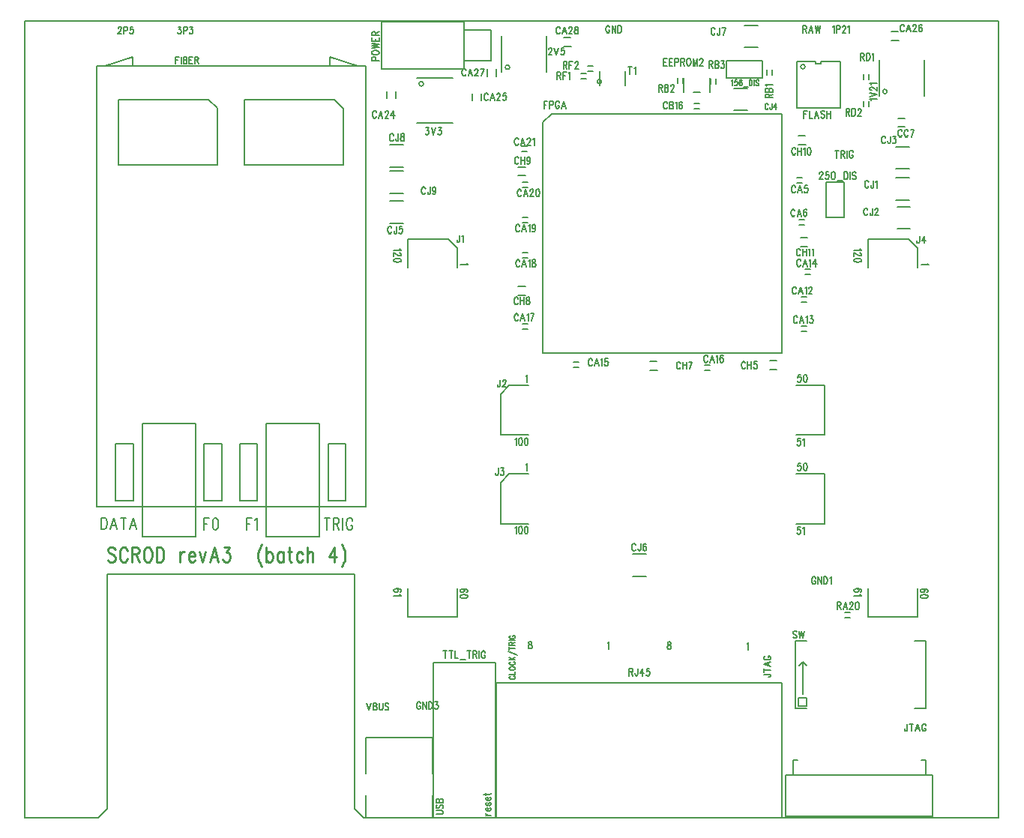
<source format=gto>
*
*
G04 PADS 9.5 Build Number: 522968 generated Gerber (RS-274-X) file*
G04 PC Version=2.1*
*
%IN "SCROD.revA3.batch4.auto"*%
*
%MOIN*%
*
%FSLAX35Y35*%
*
*
*
*
G04 PC Standard Apertures*
*
*
G04 Thermal Relief Aperture macro.*
%AMTER*
1,1,$1,0,0*
1,0,$1-$2,0,0*
21,0,$3,$4,0,0,45*
21,0,$3,$4,0,0,135*
%
*
*
G04 Annular Aperture macro.*
%AMANN*
1,1,$1,0,0*
1,0,$2,0,0*
%
*
*
G04 Odd Aperture macro.*
%AMODD*
1,1,$1,0,0*
1,0,$1-0.005,0,0*
%
*
*
G04 PC Custom Aperture Macros*
*
*
*
*
*
*
G04 PC Aperture Table*
*
%ADD010C,0.001*%
%ADD011C,0.00787*%
%ADD012C,0.005*%
%ADD013C,0.01*%
%ADD048C,0.007*%
%ADD103C,0.00591*%
*
*
*
*
G04 PC Circuitry*
G04 Layer Name SCROD.revA3.batch4.auto - circuitry*
%LPD*%
*
*
G04 PC Custom Flashes*
G04 Layer Name SCROD.revA3.batch4.auto - flashes*
%LPD*%
*
*
G04 PC Circuitry*
G04 Layer Name SCROD.revA3.batch4.auto - circuitry*
%LPD*%
*
G54D10*
G54D11*
G01X159793Y189813D02*
Y184646D01*
Y189813D02*
X162120D01*
X159793Y187352D02*
X161225D01*
X164804Y189813D02*
X164267Y189567D01*
X163909Y188829*
X163730Y187598*
Y186860*
X163909Y185630*
X164267Y184892*
X164804Y184646*
X165162*
X165699Y184892*
X166057Y185630*
X166236Y186860*
Y187598*
X166057Y188829*
X165699Y189567*
X165162Y189813*
X164804*
X178740D02*
Y184646D01*
Y189813D02*
X181067D01*
X178740Y187352D02*
X180172D01*
X182677Y188829D02*
X183035Y189075D01*
X183572Y189813*
Y184646*
X114272Y190059D02*
Y184892D01*
Y190059D02*
X115524D01*
X116061Y189813*
X116419Y189321*
X116598Y188829*
X116777Y188091*
Y186860*
X116598Y186122*
X116419Y185630*
X116061Y185138*
X115524Y184892*
X114272*
X119819Y190059D02*
X118388Y184892D01*
X119819Y190059D02*
X121251Y184892D01*
X118924Y186614D02*
X120714D01*
X124114Y190059D02*
Y184892D01*
X122861Y190059D02*
X125367D01*
X128409D02*
X126977Y184892D01*
X128409Y190059D02*
X129841Y184892D01*
X127514Y186614D02*
X129304D01*
X214688Y189813D02*
Y184646D01*
X213435Y189813D02*
X215940D01*
X217551D02*
Y184646D01*
Y189813D02*
X219162D01*
X219698Y189567*
X219877Y189321*
X220056Y188829*
Y188337*
X219877Y187844*
X219698Y187598*
X219162Y187352*
X217551*
X218804D02*
X220056Y184646D01*
X221667Y189813D02*
Y184646D01*
X225962Y188583D02*
X225783Y189075D01*
X225425Y189567*
X225067Y189813*
X224351*
X223993Y189567*
X223635Y189075*
X223457Y188583*
X223278Y187844*
Y186614*
X223457Y185876*
X223635Y185384*
X223993Y184892*
X224351Y184646*
X225067*
X225425Y184892*
X225783Y185384*
X225962Y185876*
Y186614*
X225067D02*
X225962D01*
G54D12*
X165906Y346890D02*
Y372087D01*
X161969Y376024*
X121811*
Y346890*
X165906*
X221850Y346850D02*
Y372047D01*
X217913Y375984*
X177756*
Y346850*
X221850*
X115748Y391014D02*
X128248Y394764D01*
Y391014*
X228248D02*
X215748Y394764D01*
Y391014*
X231748Y194764D02*
Y390764D01*
X112248*
Y194764*
X231748*
X289961Y56693D02*
X416961D01*
Y116493*
X289961*
Y56693*
X416961*
Y116493*
X289961*
Y56693*
X401427Y133906D02*
X401654Y134063D01*
X401654D02*
X401995Y134531D01*
Y131250*
X366562Y134777D02*
X366221Y134621D01*
X366108Y134309*
Y133996*
X366221Y133684*
X366449Y133527*
X366903Y133371*
X367244Y133215*
X367471Y132902*
X367585Y132590*
Y132121*
X367471Y131809*
X367358Y131652*
X367017Y131496*
X366562*
X366221Y131652*
X366108Y131809*
X365994Y132121*
Y132590*
X366108Y132902*
X366335Y133215*
X366676Y133371*
X367130Y133527*
X367358Y133684*
X367471Y133996*
Y134309*
X367358Y134621*
X367017Y134777*
X366562*
X339419Y134152D02*
X339647Y134309D01*
X339987Y134777*
Y131496*
X304800Y135023D02*
X304460Y134867D01*
X304346Y134555*
Y134242*
X304460Y133930*
X304687Y133773*
X305141Y133617*
X305482Y133461*
X305710Y133148*
X305823Y132836*
Y132367*
X305710Y132055*
X305596Y131898*
X305255Y131742*
X304800*
X304460Y131898*
X304346Y132055*
X304232Y132367*
Y132836*
X304346Y133148*
X304573Y133461*
X304914Y133617*
X305369Y133773*
X305596Y133930*
X305710Y134242*
Y134555*
X305596Y134867*
X305255Y135023*
X304800*
X436614Y339173D02*
Y323425D01*
X444488*
Y339173*
X436614*
X231890Y66535D02*
Y56693D01*
X261417*
Y66535*
X231890Y76378D02*
Y92126D01*
X261417*
Y76378*
X408071Y393307D02*
X392323D01*
Y385433*
X408071*
Y393307*
X304331Y248819D02*
X295669D01*
X291732Y244882*
Y226772*
X304331*
X423228Y248819D02*
X435827D01*
Y226772*
X423228*
X303150Y252853D02*
X303377Y253009D01*
X303718Y253478*
Y250197*
X298228Y224900D02*
X298456Y225057D01*
X298797Y225525*
Y222244*
X300501Y225525D02*
X300160Y225369D01*
X299933Y224900*
X299819Y224119*
Y223650*
X299933Y222869*
X300160Y222400*
X300501Y222244*
X300728*
X301069Y222400*
X301297Y222869*
X301410Y223650*
Y224119*
X301297Y224900*
X301069Y225369*
X300728Y225525*
X300501*
X303115D02*
X302774Y225369D01*
X302547Y224900*
X302433Y224119*
Y223650*
X302547Y222869*
X302774Y222400*
X303115Y222244*
X303342*
X303683Y222400*
X303910Y222869*
X304024Y223650*
Y224119*
X303910Y224900*
X303683Y225369*
X303342Y225525*
X303115*
X425099Y225328D02*
X423963D01*
X423849Y223922*
X423963Y224078*
X424304Y224235*
X424645*
X424986Y224078*
X425213Y223766*
X425327Y223297*
X425213Y222985*
X425099Y222516*
X424872Y222203*
X424531Y222047*
X424190*
X423849Y222203*
X423736Y222360*
X423622Y222672*
X426349Y224703D02*
X426577Y224860D01*
X426918Y225328*
X426918D02*
Y222047D01*
X425296Y253675D02*
X424160D01*
X424046Y252269*
X424160Y252425*
X424501Y252581*
X424842*
X425183Y252425*
X425410Y252112*
X425523Y251644*
X425410Y251331*
X425296Y250862*
X425069Y250550*
X424728Y250394*
X424387*
X424046Y250550*
X423933Y250706*
X423819Y251019*
X427228Y253675D02*
X426887Y253519D01*
X426660Y253050*
X426546Y252269*
Y251800*
X426660Y251019*
X426887Y250550*
X427228Y250394*
X427455*
X427796Y250550*
X428023Y251019*
X428137Y251800*
Y252269*
X428023Y253050*
X427796Y253519*
X427455Y253675*
X427228*
X304331Y209449D02*
X295669D01*
X291732Y205512*
Y187402*
X304331*
X423228Y209449D02*
X435827D01*
Y187402*
X423228*
X303150Y213483D02*
X303377Y213639D01*
X303718Y214108*
Y210827*
X298228Y185530D02*
X298456Y185687D01*
X298797Y186155*
Y182874*
X300501Y186155D02*
X300160Y185999D01*
X299933Y185530*
X299819Y184749*
Y184280*
X299933Y183499*
X300160Y183030*
X300501Y182874*
X300728*
X301069Y183030*
X301297Y183499*
X301410Y184280*
Y184749*
X301297Y185530*
X301069Y185999*
X300728Y186155*
X300501*
X303115D02*
X302774Y185999D01*
X302547Y185530*
X302433Y184749*
Y184280*
X302547Y183499*
X302774Y183030*
X303115Y182874*
X303342*
X303683Y183030*
X303910Y183499*
X304024Y184280*
Y184749*
X303910Y185530*
X303683Y185999*
X303342Y186155*
X303115*
X425099Y185958D02*
X423963D01*
X423849Y184552*
X423963Y184708*
X424304Y184865*
X424645*
X424986Y184708*
X425213Y184396*
X425327Y183927*
X425213Y183615*
X425099Y183146*
X424872Y182833*
X424531Y182677*
X424190*
X423849Y182833*
X423736Y182990*
X423622Y183302*
X426349Y185333D02*
X426577Y185490D01*
X426918Y185958*
X426918D02*
Y182677D01*
X425296Y214305D02*
X424160D01*
X424046Y212899*
X424160Y213055*
X424501Y213211*
X424842*
X425183Y213055*
X425410Y212742*
X425523Y212274*
X425410Y211961*
X425296Y211492*
X425069Y211180*
X424728Y211024*
X424387*
X424046Y211180*
X423933Y211336*
X423819Y211649*
X427228Y214305D02*
X426887Y214149D01*
X426660Y213680*
X426546Y212899*
Y212430*
X426660Y211649*
X426887Y211180*
X427228Y211024*
X427455*
X427796Y211180*
X428023Y211649*
X428137Y212430*
Y212899*
X428023Y213680*
X427796Y214149*
X427455Y214305*
X427228*
X276711Y302992D02*
X276868Y302765D01*
X277336Y302424*
X274055*
X246987Y309488D02*
X247143Y309261D01*
X247612Y308920*
X244331*
X246831Y307784D02*
X246987D01*
X247299Y307670*
X247456Y307556*
X247612Y307329*
Y306875*
X247456Y306647*
X247299Y306534*
X246987Y306420*
X246674*
X246362Y306534*
X245893Y306761*
X244331Y307897*
Y306306*
X247612Y304602D02*
X247456Y304943D01*
X246987Y305170*
X246206Y305284*
X245737*
X244956Y305170*
X244487Y304943*
X244331Y304602*
Y304375*
X244487Y304034*
X244956Y303806*
X245737Y303693*
X246206*
X246987Y303806*
X247456Y304034*
X247612Y304375*
Y304602*
X276592Y156943D02*
X276905Y157057D01*
X277061Y157398*
Y157625*
X276905Y157966*
X276436Y158193*
X275655Y158307*
X274873*
X274248Y158193*
X273936Y157966*
X273780Y157625*
Y157512*
X273936Y157171*
X274248Y156943*
X274717Y156830*
X274873*
X275342Y156943*
X275655Y157171*
X275811Y157512*
Y157625*
X275655Y157966*
X275342Y158193*
X274873Y158307*
X277061Y155125D02*
X276905Y155466D01*
X276436Y155693*
X275655Y155807*
X275186*
X274405Y155693*
X273936Y155466*
X273780Y155125*
Y154898*
X273936Y154557*
X274405Y154330*
X275186Y154216*
X275655*
X276436Y154330*
X276905Y154557*
X277061Y154898*
Y155125*
X247143Y157062D02*
X247456Y157175D01*
X247612Y157516*
Y157743*
X247456Y158084*
X246987Y158312*
X246206Y158425*
X245424*
X244799Y158312*
X244487Y158084*
X244331Y157743*
Y157630*
X244487Y157289*
X244799Y157062*
X245268Y156948*
X245424*
X245893Y157062*
X246206Y157289*
X246362Y157630*
Y157743*
X246206Y158084*
X245893Y158312*
X245424Y158425*
X246987Y155925D02*
X247143Y155698D01*
X247612Y155357*
X244331*
X481436Y302992D02*
X481592Y302765D01*
X482061Y302424*
X478780*
X451711Y309488D02*
X451868Y309261D01*
X452336Y308920*
X449055*
X451555Y307784D02*
X451711D01*
X452024Y307670*
X452180Y307556*
X452336Y307329*
Y306875*
X452180Y306647*
X452024Y306534*
X451711Y306420*
X451399*
X451086Y306534*
X450618Y306761*
X449055Y307897*
Y306306*
X452336Y304602D02*
X452180Y304943D01*
X451711Y305170*
X450930Y305284*
X450461*
X449680Y305170*
X449211Y304943*
X449055Y304602*
Y304375*
X449211Y304034*
X449680Y303806*
X450461Y303693*
X450930*
X451711Y303806*
X452180Y304034*
X452336Y304375*
Y304602*
X481316Y156943D02*
X481629Y157057D01*
X481785Y157398*
Y157625*
X481629Y157966*
X481160Y158193*
X480379Y158307*
X479598*
X478973Y158193*
X478660Y157966*
X478504Y157625*
Y157512*
X478660Y157171*
X478973Y156943*
X479441Y156830*
X479598*
X480066Y156943*
X480379Y157171*
X480535Y157512*
Y157625*
X480379Y157966*
X480066Y158193*
X479598Y158307*
X481785Y155125D02*
X481629Y155466D01*
X481160Y155693*
X480379Y155807*
X479910*
X479129Y155693*
X478660Y155466*
X478504Y155125*
Y154898*
X478660Y154557*
X479129Y154330*
X479910Y154216*
X480379*
X481160Y154330*
X481629Y154557*
X481785Y154898*
Y155125*
X451868Y157062D02*
X452180Y157175D01*
X452336Y157516*
Y157743*
X452180Y158084*
X451711Y158312*
X450930Y158425*
X450149*
X449524Y158312*
X449211Y158084*
X449055Y157743*
Y157630*
X449211Y157289*
X449524Y157062*
X449993Y156948*
X450149*
X450618Y157062*
X450930Y157289*
X451086Y157630*
Y157743*
X450930Y158084*
X450618Y158312*
X450149Y158425*
X451711Y155925D02*
X451868Y155698D01*
X452336Y155357*
X449055*
X425591Y288189D02*
X427953D01*
X425591Y285827D02*
X427953D01*
X425591Y275394D02*
X427953D01*
X425591Y273031D02*
X427953D01*
X424213Y359843D02*
X427362D01*
X424252Y355906D02*
X427402D01*
X425197Y314567D02*
X428346D01*
X425236Y310630D02*
X428386D01*
X411417Y259941D02*
X414567D01*
X411457Y256004D02*
X414606D01*
X361417Y255512D02*
X358268D01*
X361378Y259449D02*
X358228D01*
X302854Y288976D02*
X299705D01*
X302815Y292913D02*
X299665D01*
X302854Y342126D02*
X299705D01*
X302815Y346063D02*
X299665D01*
X427067Y300492D02*
X429429D01*
X427067Y298130D02*
X429429D01*
X326575Y256791D02*
X324213D01*
X326575Y259154D02*
X324213D01*
X384892Y255561D02*
X382530D01*
X384892Y257923D02*
X382530D01*
X303937Y274016D02*
X301575D01*
X303937Y276378D02*
X301575D01*
X303937Y305512D02*
X301575D01*
X303937Y307874D02*
X301575D01*
X303937Y321260D02*
X301575D01*
X303937Y323622D02*
X301575D01*
X303937Y337008D02*
X301575D01*
X303937Y339370D02*
X301575D01*
X303445Y352756D02*
X301083D01*
X303445Y355118D02*
X301083D01*
X423622Y341339D02*
X425984D01*
X423622Y338976D02*
X425984D01*
X424606Y322638D02*
X426969D01*
X424606Y320276D02*
X426969D01*
X484055Y75591D02*
X418701D01*
Y57087*
X484055*
Y75591*
X480906D02*
Y82283D01*
X478937*
X421850Y75591D02*
Y82283D01*
X423819*
X380217Y371949D02*
X377854D01*
X380217Y374311D02*
X377854D01*
X377535Y379315D02*
X380535D01*
X373327Y385630D02*
Y379331D01*
X384744Y385630D02*
Y379331D01*
X370472Y383268D02*
Y385630D01*
X372835Y383268D02*
Y385630D01*
X385236Y382776D02*
Y385138D01*
X387598Y382776D02*
Y385138D01*
X455512Y387106D02*
Y384744D01*
X453150Y387106D02*
Y384744D01*
X455512Y375295D02*
Y372933D01*
X453150Y375295D02*
Y372933D01*
X410081Y386951D02*
Y389313D01*
X412443Y386951D02*
Y389313D01*
X423516Y393053D02*
X431956D01*
Y391761*
X434367*
Y393053*
X442807*
Y372384*
X423516*
Y393053*
X427256Y390593D02*
G75*
G03X427256I-984J0D01*
G01X330020Y385236D02*
X327657D01*
X330020Y387598D02*
X327657D01*
X332972Y388681D02*
X330610D01*
X332972Y391043D02*
X330610D01*
X347343Y382283D02*
Y388583D01*
X335925Y382283D02*
Y388583D01*
X336713Y383957D02*
G03X336713I-985J0D01*
G01X245177Y379626D02*
Y376476D01*
X241240Y379587D02*
Y376437D01*
X283071Y378642D02*
Y375492D01*
X279134Y378602D02*
Y375453D01*
X465551Y406102D02*
X468701D01*
X465591Y402165D02*
X468740D01*
X286024Y386319D02*
Y389469D01*
X289961Y386358D02*
Y389508D01*
X319882Y403642D02*
X323031D01*
X319921Y399705D02*
X323071D01*
X468504Y367717D02*
X471654D01*
X468543Y363780D02*
X471693D01*
X295874Y390370D02*
G03X295874I-984J0D01*
G01X292264Y388260D02*
Y404260D01*
X312264D02*
Y388260D01*
X257496Y382965D02*
G03X257496I-984J0D01*
G01X254402Y385591D02*
X270402D01*
Y365591D02*
X254402D01*
X463689Y379543D02*
G03X463689I-984J0D01*
G01X460079Y377433D02*
Y393433D01*
X480079D02*
Y377433D01*
X275602Y410698D02*
X239009D01*
Y389689*
X275602*
Y410698*
X275416Y393246D02*
X287649D01*
Y407025*
X275416*
Y393246*
X424070Y106277D02*
Y109977D01*
X427970*
Y106277*
X424070*
X426070Y111477D02*
Y125777D01*
X424470Y124177*
X426170Y125777D02*
X427870Y124077D01*
Y105177D02*
X422870D01*
Y135177*
X427870*
X475870Y105177D02*
X480870D01*
Y135177*
X475870*
X447323Y145669D02*
X444961D01*
X447323Y148031D02*
X444961D01*
X261909Y125591D02*
Y56693D01*
X289469*
Y125591*
X261909*
X349016Y122966D02*
Y119685D01*
Y122966D02*
X350038D01*
X350379Y122810*
X350493Y122654*
X350607Y122341*
Y122029*
X350493Y121716*
X350379Y121560*
X350038Y121404*
X349016*
X349811D02*
X350607Y119685D01*
X352766Y122966D02*
Y120466D01*
X352652Y119998*
X352538Y119841*
X352311Y119685*
X352084*
X351857Y119841*
X351743Y119998*
X351629Y120466*
Y120779*
X354925Y122966D02*
X353788Y120779D01*
X355493*
X354925Y122966D02*
Y119685D01*
X357993Y122966D02*
X356857D01*
X356743Y121560*
X356857Y121716*
X357198Y121873*
X357538*
X357879Y121716*
X358107Y121404*
X358220Y120935*
X358107Y120623*
X357993Y120154*
X357766Y119841*
X357425Y119685*
X357084*
X356743Y119841*
X356629Y119998*
X356516Y120310*
X433695Y343009D02*
Y343166D01*
X433808Y343478*
X433922Y343634*
X434149Y343791*
X434604*
X434831Y343634*
X434945Y343478*
X435058Y343166*
Y342853*
X434945Y342541*
X434718Y342072*
X433581Y340509*
X435172*
X437672Y343791D02*
X436536D01*
X436422Y342384*
X436536Y342541*
X436877Y342697*
X437218*
X437558Y342541*
X437786Y342228*
X437899Y341759*
X437786Y341447*
X437672Y340978*
X437445Y340666*
X437104Y340509*
X436763*
X436422Y340666*
X436308Y340822*
X436195Y341134*
X439604Y343791D02*
X439263Y343634D01*
X439036Y343166*
X438922Y342384*
Y341916*
X439036Y341134*
X439263Y340666*
X439604Y340509*
X439831*
X440172Y340666*
X440399Y341134*
X440513Y341916*
Y342384*
X440399Y343166*
X440172Y343634*
X439831Y343791*
X439604*
X441536Y339884D02*
X443922D01*
X444604Y343791D02*
Y340509D01*
Y343791D02*
X445399D01*
X445740Y343634*
X445968Y343322*
X446081Y343009*
X446195Y342541*
Y341759*
X446081Y341291*
X445968Y340978*
X445740Y340666*
X445399Y340509*
X444604*
X447218Y343791D02*
Y340509D01*
X449831Y343322D02*
X449604Y343634D01*
X449263Y343791*
X448808*
X448468Y343634*
X448240Y343322*
Y343009*
X448354Y342697*
X448468Y342541*
X448695Y342384*
X449377Y342072*
X449604Y341916*
X449718Y341759*
X449831Y341447*
Y340978*
X449604Y340666*
X449263Y340509*
X448808*
X448468Y340666*
X448240Y340978*
X263057Y58169D02*
X265401D01*
X265870Y58283*
X266182Y58510*
X266339Y58851*
Y59078*
X266182Y59419*
X265870Y59647*
X265401Y59760*
X263057*
X263526Y62374D02*
X263214Y62147D01*
X263057Y61806*
Y61351*
X263214Y61010*
X263526Y60783*
X263839*
X264151Y60897*
X264307Y61010*
X264464Y61237*
X264776Y61919*
X264932Y62147*
X265089Y62260*
X265401Y62374*
X265870*
X266182Y62147*
X266339Y61806*
Y61351*
X266182Y61010*
X265870Y60783*
X263057Y63397D02*
X266339D01*
X263057D02*
Y64419D01*
X263214Y64760*
X263370Y64874*
X263682Y64987*
X263995*
X264307Y64874*
X264464Y64760*
X264620Y64419*
Y63397D02*
Y64419D01*
X264776Y64760*
X264932Y64874*
X265245Y64987*
X265714*
X266026Y64874*
X266182Y64760*
X266339Y64419*
Y63397*
X394530Y384253D02*
X394712Y384378D01*
X394985Y384753*
Y382128*
X396985Y384753D02*
X396076D01*
X395985Y383628*
X396076Y383753*
X396349Y383878*
X396621*
X396894Y383753*
X397076Y383503*
X397167Y383128*
X397076Y382878*
X396985Y382503*
X396803Y382253*
X396530Y382128*
X396258*
X395985Y382253*
X395894Y382378*
X395803Y382628*
X399076Y384378D02*
X398985Y384628D01*
X398712Y384753*
X398530*
X398258Y384628*
X398076Y384253*
X397985Y383628*
Y383003*
X398076Y382503*
X398258Y382253*
X398530Y382128*
X398621*
X398894Y382253*
X399076Y382503*
X399167Y382878*
Y383003*
X399076Y383378*
X398894Y383628*
X398621Y383753*
X398530*
X398258Y383628*
X398076Y383378*
X397985Y383003*
X399985Y381628D02*
X401894D01*
X402440Y384753D02*
Y382128D01*
Y384753D02*
X403076D01*
X403349Y384628*
X403530Y384378*
X403621Y384128*
X403712Y383753*
Y383128*
X403621Y382753*
X403530Y382503*
X403349Y382253*
X403076Y382128*
X402440*
X404530Y384753D02*
Y382128D01*
X406621Y384378D02*
X406440Y384628D01*
X406167Y384753*
X405803*
X405530Y384628*
X405349Y384378*
Y384128*
X405440Y383878*
X405530Y383753*
X405712Y383628*
X406258Y383378*
X406440Y383253*
X406530Y383128*
X406621Y382878*
Y382503*
X406440Y382253*
X406167Y382128*
X405803*
X405530Y382253*
X405349Y382503*
X291594Y251389D02*
Y248889D01*
X291480Y248420*
X291366Y248264*
X291139Y248108*
X290912*
X290685Y248264*
X290571Y248420*
X290457Y248889*
Y249202*
X292730Y250608D02*
Y250764D01*
X292844Y251077*
X292957Y251233*
X293185Y251389*
X293639*
X293866Y251233*
X293980Y251077*
X294094Y250764*
Y250452*
X293980Y250139*
X293753Y249670*
X292616Y248108*
X294207*
X290734Y212171D02*
Y209671D01*
X290620Y209202*
X290507Y209046*
X290279Y208890*
X290052*
X289825Y209046*
X289711Y209202*
X289598Y209671*
Y209983*
X291984Y212171D02*
X293234D01*
X292552Y210921*
X292893*
X293120Y210765*
X293234Y210608*
X293348Y210140*
Y209827*
X293234Y209358*
X293007Y209046*
X292666Y208890*
X292325*
X291984Y209046*
X291870Y209202*
X291757Y209515*
X273575Y315736D02*
Y313236D01*
X273461Y312767*
X273348Y312611*
X273120Y312455*
X272893*
X272666Y312611*
X272552Y312767*
X272439Y313236*
Y313549*
X274598Y315111D02*
X274825Y315267D01*
X275166Y315736*
Y312455*
X478072Y315355D02*
Y312855D01*
X477958Y312386*
X477958D02*
X477845Y312230D01*
X477618Y312074*
X477390*
X477163Y312230*
X477049Y312386*
X477049D02*
X476936Y312855D01*
Y313168*
X480231Y315355D02*
X479095Y313168D01*
X480799*
X480231Y315355D02*
Y312074D01*
X423294Y291923D02*
X423181Y292236D01*
X422953Y292548*
X422726Y292704*
X422271*
X422044Y292548*
X421817Y292236*
X421703Y291923*
X421590Y291454*
Y290673*
X421703Y290204*
X421817Y289892*
X422044Y289579*
X422271Y289423*
X422726*
X422953Y289579*
X423181Y289892*
X423294Y290204*
X425226Y292704D02*
X424317Y289423D01*
X425226Y292704D02*
X426135Y289423D01*
X424658Y290517D02*
X425794D01*
X427158Y292079D02*
X427385Y292236D01*
X427726Y292704*
Y289423*
X428862Y291923D02*
Y292079D01*
X428976Y292392*
X429090Y292548*
X429317Y292704*
X429771*
X429999Y292548*
X430112Y292392*
X430226Y292079*
Y291767*
X430112Y291454*
X429885Y290986*
X428749Y289423*
X430340*
X423791Y279075D02*
X423678Y279387D01*
X423450Y279700*
X423223Y279856*
X422768*
X422541Y279700*
X422314Y279387*
X422200Y279075*
X422087Y278606*
Y277825*
X422200Y277356*
X422314Y277044*
X422541Y276731*
X422768Y276575*
X423223*
X423450Y276731*
X423678Y277044*
X423791Y277356*
X425723Y279856D02*
X424814Y276575D01*
X425723Y279856D02*
X426632Y276575D01*
X425155Y277669D02*
X426291D01*
X427655Y279231D02*
X427882Y279387D01*
X428223Y279856*
Y276575*
X429473Y279856D02*
X430723D01*
X430041Y278606*
X430382*
X430609Y278450*
X430723Y278294*
X430837Y277825*
Y277512*
X430723Y277044*
X430496Y276731*
X430155Y276575*
X429814*
X429473Y276731*
X429359Y276887*
X429246Y277200*
X423006Y353834D02*
X422893Y354147D01*
X422665Y354459*
X422438Y354615*
X421984*
X421756Y354459*
X421529Y354147*
X421415Y353834*
X421302Y353365*
Y352584*
X421415Y352115*
X421529Y351803*
X421756Y351490*
X421984Y351334*
X422438*
X422665Y351490*
X422893Y351803*
X423006Y352115*
X424029Y354615D02*
Y351334D01*
X425620Y354615D02*
Y351334D01*
X424029Y353053D02*
X425620D01*
X426643Y353990D02*
X426870Y354147D01*
X427211Y354615*
Y351334*
X428915Y354615D02*
X428574Y354459D01*
X428347Y353990*
X428234Y353209*
Y352740*
X428347Y351959*
X428574Y351490*
X428915Y351334*
X429143*
X429484Y351490*
X429711Y351959*
X429824Y352740*
Y353209*
X429711Y353990*
X429484Y354459*
X429143Y354615*
X428915*
X425169Y308917D02*
X425055Y309230D01*
X424828Y309542*
X424601Y309699*
X424146*
X423919Y309542*
X423692Y309230*
X423578Y308917*
X423465Y308449*
Y307667*
X423578Y307199*
X423692Y306886*
X423919Y306574*
X424146Y306417*
X424601*
X424828Y306574*
X425055Y306886*
X425169Y307199*
X426192Y309699D02*
Y306417D01*
X427783Y309699D02*
Y306417D01*
X426192Y308136D02*
X427783D01*
X428805Y309074D02*
X429033Y309230D01*
X429374Y309699*
Y306417*
X430396Y309074D02*
X430624Y309230D01*
X430965Y309699*
Y306417*
X400664Y258738D02*
X400551Y259050D01*
X400323Y259363*
X400323D02*
X400096Y259519D01*
X399641*
X399414Y259363*
X399414D02*
X399187Y259050D01*
X399073Y258738*
X399073D02*
X398960Y258269D01*
Y257488*
X398960D02*
X399073Y257019D01*
X399187Y256706*
X399414Y256394*
X399641Y256238*
X399641D02*
X400096D01*
X400096D02*
X400323Y256394D01*
X400551Y256706*
X400664Y257019*
X401687Y259519D02*
Y256238D01*
X403278Y259519D02*
Y256238D01*
X401687Y257956D02*
X403278D01*
X405778Y259519D02*
X404641D01*
X404528Y258113*
X404528D02*
X404641Y258269D01*
X404982Y258425*
X405323*
X405664Y258269*
X405891Y257956*
X406005Y257488*
X406005D02*
X405891Y257175D01*
X405778Y256706*
X405551Y256394*
X405210Y256238*
X405210D02*
X404869D01*
X404869D02*
X404528Y256394D01*
X404414Y256550*
X404301Y256863*
X371792Y258605D02*
X371678Y258918D01*
X371451Y259230*
X371223Y259387*
X370769*
X370542Y259230*
X370314Y258918*
X370201Y258605*
X370087Y258137*
Y257355*
X370201Y256887*
X370314Y256574*
X370542Y256262*
X370769Y256105*
X371223*
X371451Y256262*
X371678Y256574*
X371792Y256887*
X372814Y259387D02*
Y256105D01*
X374405Y259387D02*
Y256105D01*
X372814Y257824D02*
X374405D01*
X377019Y259387D02*
X375882Y256105D01*
X375428Y259387D02*
X377019D01*
X299550Y287307D02*
X299436Y287619D01*
X299209Y287932*
X298982Y288088*
X298527*
X298300Y287932*
X298073Y287619*
X297959Y287307*
X297845Y286838*
Y286057*
X297959Y285588*
X298073Y285276*
X298300Y284963*
X298527Y284807*
X298982*
X299209Y284963*
X299436Y285276*
X299550Y285588*
X300573Y288088D02*
Y284807D01*
X302163Y288088D02*
Y284807D01*
X300573Y286526D02*
X302163D01*
X303754Y288088D02*
X303413Y287932D01*
X303300Y287619*
Y287307*
X303413Y286994*
X303641Y286838*
X304095Y286682*
X304436Y286526*
X304663Y286213*
X304777Y285901*
Y285432*
X304663Y285119*
X304550Y284963*
X304209Y284807*
X303754*
X303413Y284963*
X303300Y285119*
X303186Y285432*
Y285901*
X303300Y286213*
X303527Y286526*
X303868Y286682*
X304323Y286838*
X304550Y286994*
X304663Y287307*
Y287619*
X304550Y287932*
X304209Y288088*
X303754*
X299813Y349759D02*
X299700Y350072D01*
X299473Y350384*
X299245Y350541*
X298791*
X298563Y350384*
X298336Y350072*
X298223Y349759*
X298109Y349291*
Y348509*
X298223Y348041*
X298336Y347728*
X298563Y347416*
X298791Y347259*
X299245*
X299473Y347416*
X299700Y347728*
X299813Y348041*
X300836Y350541D02*
Y347259D01*
X302427Y350541D02*
Y347259D01*
X300836Y348978D02*
X302427D01*
X304927Y349447D02*
X304813Y348978D01*
X304586Y348666*
X304245Y348509*
X304132*
X303791Y348666*
X303563Y348978*
X303450Y349447*
Y349603*
X303563Y350072*
X303791Y350384*
X304132Y350541*
X304245*
X304586Y350384*
X304813Y350072*
X304927Y349447*
Y348666*
X304813Y347884*
X304586Y347416*
X304245Y347259*
X304018*
X303677Y347416*
X303563Y347728*
X455500Y339234D02*
X455387Y339546D01*
X455159Y339859*
X454932Y340015*
X454477*
X454250Y339859*
X454023Y339546*
X453909Y339234*
X453796Y338765*
Y337984*
X453909Y337515*
X454023Y337203*
X454250Y336890*
X454477Y336734*
X454932*
X455159Y336890*
X455387Y337203*
X455500Y337515*
X457659Y340015D02*
Y337515D01*
X457546Y337046*
X457432Y336890*
X457205Y336734*
X456977*
X456750Y336890*
X456637Y337046*
X456523Y337515*
Y337828*
X458682Y339390D02*
X458909Y339546D01*
X459250Y340015*
Y336734*
X455051Y326909D02*
X454937Y327222D01*
X454710Y327534*
X454483Y327691*
X454028*
X453801Y327534*
X453574Y327222*
X453460Y326909*
X453346Y326441*
Y325659*
X453460Y325191*
X453574Y324878*
X453801Y324566*
X454028Y324409*
X454483*
X454710Y324566*
X454937Y324878*
X455051Y325191*
X457210Y327691D02*
Y325191D01*
X457096Y324722*
X456983Y324566*
X456756Y324409*
X456528*
X456301Y324566*
X456187Y324722*
X456074Y325191*
Y325503*
X458346Y326909D02*
Y327066D01*
X458460Y327378*
X458574Y327534*
X458801Y327691*
X459256*
X459483Y327534*
X459596Y327378*
X459710Y327066*
Y326753*
X459596Y326441*
X459369Y325972*
X458233Y324409*
X459824*
X462948Y358922D02*
X462835Y359235D01*
X462607Y359547*
X462380Y359703*
X461926*
X461698Y359547*
X461471Y359235*
X461357Y358922*
X461244Y358453*
Y357672*
X461357Y357203*
X461471Y356891*
X461698Y356578*
X461926Y356422*
X462380*
X462607Y356578*
X462835Y356891*
X462948Y357203*
X465107Y359703D02*
Y357203D01*
X464994Y356735*
X464880Y356578*
X464653Y356422*
X464426*
X464198Y356578*
X464085Y356735*
X463971Y357203*
Y357516*
X466357Y359703D02*
X467607D01*
X466926Y358453*
X467266*
X467494Y358297*
X467607Y358141*
X467721Y357672*
Y357360*
X467607Y356891*
X467380Y356578*
X467039Y356422*
X466698*
X466357Y356578*
X466244Y356735*
X466130Y357047*
X243382Y318882D02*
X243268Y319195D01*
X243041Y319507*
X242814Y319664*
X242359*
X242132Y319507*
X241905Y319195*
X241791Y318882*
X241677Y318414*
Y317632*
X241791Y317164*
X241905Y316851*
X242132Y316539*
X242359Y316382*
X242814*
X243041Y316539*
X243268Y316851*
X243382Y317164*
X245541Y319664D02*
Y317164D01*
X245427Y316695*
X245314Y316539*
X245086Y316382*
X244859*
X244632Y316539*
X244518Y316695*
X244405Y317164*
Y317476*
X248041Y319664D02*
X246905D01*
X246791Y318257*
X246905Y318414*
X247245Y318570*
X247586*
X247927Y318414*
X248155Y318101*
X248268Y317632*
X248155Y317320*
X248041Y316851*
X247814Y316539*
X247473Y316382*
X247132*
X246791Y316539*
X246677Y316695*
X246564Y317007*
X351936Y177766D02*
X351823Y178079D01*
X351596Y178391*
X351368Y178548*
X350914*
X350686Y178391*
X350459Y178079*
X350346Y177766*
X350232Y177298*
Y176516*
X350346Y176048*
X350459Y175735*
X350686Y175423*
X350914Y175266*
X351368*
X351596Y175423*
X351823Y175735*
X351936Y176048*
X354096Y178548D02*
Y176048D01*
X353982Y175579*
X353868Y175423*
X353641Y175266*
X353414*
X353186Y175423*
X353073Y175579*
X352959Y176048*
Y176360*
X356482Y178079D02*
X356368Y178391D01*
X356027Y178548*
X355800*
X355459Y178391*
X355232Y177923*
X355118Y177141*
Y176360*
X355232Y175735*
X355459Y175423*
X355800Y175266*
X355914*
X356255Y175423*
X356482Y175735*
X356596Y176204*
Y176360*
X356482Y176829*
X356255Y177141*
X355914Y177298*
X355800*
X355459Y177141*
X355232Y176829*
X355118Y176360*
X387138Y407126D02*
X387024Y407438D01*
X386797Y407751*
X386569Y407907*
X386115*
X385888Y407751*
X385660Y407438*
X385547Y407126*
X385433Y406657*
Y405876*
X385547Y405407*
X385660Y405095*
X385888Y404782*
X386115Y404626*
X386569*
X386797Y404782*
X387024Y405095*
X387138Y405407*
X389297Y407907D02*
Y405407D01*
X389183Y404938*
X389069Y404782*
X388842Y404626*
X388615*
X388388Y404782*
X388274Y404938*
X388160Y405407*
Y405720*
X391910Y407907D02*
X390774Y404626D01*
X390319Y407907D02*
X391910D01*
X244198Y360037D02*
X244084Y360349D01*
X243857Y360662*
X243629Y360818*
X243175*
X242948Y360662*
X242720Y360349*
X242607Y360037*
X242493Y359568*
Y358787*
X242607Y358318*
X242720Y358006*
X242720D02*
X242948Y357693D01*
X243175Y357537*
X243629*
X243857Y357693*
X244084Y358006*
X244084D02*
X244198Y358318D01*
X246357Y360818D02*
Y358318D01*
X246243Y357849*
X246129Y357693*
X245902Y357537*
X245675*
X245448Y357693*
X245334Y357849*
X245220Y358318*
Y358631*
X247948Y360818D02*
X247607Y360662D01*
X247493Y360349*
Y360037*
X247607Y359724*
X247834Y359568*
X248289Y359412*
X248629Y359256*
X248629D02*
X248857Y358943D01*
X248970Y358631*
X248970D02*
Y358162D01*
X248857Y357849*
X248743Y357693*
X248402Y357537*
X247948*
X247607Y357693*
X247493Y357849*
X247379Y358162*
Y358631*
X247379D02*
X247493Y358943D01*
X247720Y359256*
X247720D02*
X248061Y359412D01*
X248516Y359568*
X248743Y359724*
X248857Y360037*
Y360349*
X248743Y360662*
X248402Y360818*
X247948*
X410803Y373587D02*
X410712Y373837D01*
X410530Y374087*
X410348Y374212*
X409985*
X409803Y374087*
X409621Y373837*
X409530Y373587*
X409439Y373212*
Y372587*
X409530Y372212*
X409621Y371962*
X409803Y371712*
X409985Y371587*
X410348*
X410530Y371712*
X410712Y371962*
X410803Y372212*
X412530Y374212D02*
Y372212D01*
X412439Y371837*
X412348Y371712*
X412167Y371587*
X411985*
X411803Y371712*
X411712Y371837*
X411621Y372212*
Y372462*
X414257Y374212D02*
X413348Y372462D01*
X414712*
X414257Y374212D02*
Y371587D01*
X258392Y336295D02*
X258278Y336608D01*
X258051Y336920*
X257824Y337077*
X257369*
X257142Y336920*
X256915Y336608*
X256801Y336295*
X256687Y335827*
Y335045*
X256801Y334577*
X256915Y334264*
X257142Y333952*
X257369Y333795*
X257824*
X258051Y333952*
X258278Y334264*
X258392Y334577*
X260551Y337077D02*
Y334577D01*
X260437Y334108*
X260324Y333952*
X260096Y333795*
X259869*
X259642Y333952*
X259528Y334108*
X259415Y334577*
Y334889*
X263051Y335983D02*
X262937Y335514D01*
X262710Y335202*
X262369Y335045*
X262255*
X261915Y335202*
X261687Y335514*
X261574Y335983*
Y336139*
X261687Y336608*
X261915Y336920*
X262255Y337077*
X262369*
X262710Y336920*
X262937Y336608*
X263051Y335983*
Y335202*
X262937Y334420*
X262710Y333952*
X262369Y333795*
X262142*
X261801Y333952*
X261687Y334264*
X425268Y304173D02*
X425154Y304486D01*
X424927Y304798*
X424699Y304954*
X424245*
X424018Y304798*
X423790Y304486*
X423677Y304173*
X423563Y303704*
Y302923*
X423677Y302454*
X423790Y302142*
X424018Y301829*
X424245Y301673*
X424699*
X424927Y301829*
X425154Y302142*
X425268Y302454*
X427199Y304954D02*
X426290Y301673D01*
X427199Y304954D02*
X428108Y301673D01*
X426631Y302767D02*
X427768D01*
X429131Y304329D02*
X429358Y304486D01*
X429699Y304954*
Y301673*
X431858Y304954D02*
X430722Y302767D01*
X432427*
X431858Y304954D02*
Y301673D01*
X332579Y260008D02*
X332466Y260321D01*
X332238Y260633*
X332011Y260790*
X331557*
X331329Y260633*
X331102Y260321*
X330988Y260008*
X330875Y259540*
Y258758*
X330988Y258290*
X331102Y257977*
X331329Y257665*
X331557Y257508*
X332011*
X332238Y257665*
X332466Y257977*
X332579Y258290*
X334511Y260790D02*
X333602Y257508D01*
X334511Y260790D02*
X335420Y257508D01*
X333943Y258602D02*
X335079D01*
X336443Y260165D02*
X336670Y260321D01*
X337011Y260790*
Y257508*
X339511Y260790D02*
X338375D01*
X338261Y259383*
X338375Y259540*
X338716Y259696*
X339057*
X339397Y259540*
X339625Y259227*
X339738Y258758*
X339625Y258446*
X339511Y257977*
X339284Y257665*
X338943Y257508*
X338602*
X338261Y257665*
X338147Y257821*
X338034Y258133*
X383920Y261541D02*
X383806Y261853D01*
X383579Y262166*
X383352Y262322*
X382897*
X382670Y262166*
X382443Y261853*
X382329Y261541*
X382215Y261072*
Y260291*
X382329Y259822*
X382443Y259509*
X382670Y259197*
X382897Y259041*
X383352*
X383579Y259197*
X383806Y259509*
X383920Y259822*
X385852Y262322D02*
X384943Y259041D01*
X385852Y262322D02*
X386761Y259041D01*
X385284Y260134D02*
X386420D01*
X387784Y261697D02*
X388011Y261853D01*
X388352Y262322*
Y259041*
X390738Y261853D02*
X390625Y262166D01*
X390284Y262322*
X390056*
X389715Y262166*
X389488Y261697*
X389375Y260916*
Y260134*
X389488Y259509*
X389715Y259197*
X390056Y259041*
X390170*
X390511Y259197*
X390738Y259509*
X390852Y259978*
Y260134*
X390738Y260603*
X390511Y260916*
X390170Y261072*
X390056*
X389715Y260916*
X389488Y260603*
X389375Y260134*
X299672Y280022D02*
X299559Y280335D01*
X299331Y280647*
X299104Y280803*
X298650*
X298422Y280647*
X298195Y280335*
X298081Y280022*
X297968Y279553*
Y278772*
X298081Y278303*
X298195Y277991*
X298422Y277678*
X298650Y277522*
X299104*
X299331Y277678*
X299559Y277991*
X299672Y278303*
X301604Y280803D02*
X300695Y277522D01*
X301604Y280803D02*
X302513Y277522D01*
X301036Y278616D02*
X302172D01*
X303536Y280178D02*
X303763Y280335D01*
X304104Y280803*
Y277522*
X306718Y280803D02*
X305581Y277522D01*
X305127Y280803D02*
X306718D01*
X300345Y304053D02*
X300231Y304366D01*
X300004Y304678*
X299777Y304835*
X299322*
X299095Y304678*
X298868Y304366*
X298754Y304053*
X298641Y303585*
Y302803*
X298754Y302335*
X298868Y302022*
X299095Y301710*
X299322Y301553*
X299777*
X300004Y301710*
X300231Y302022*
X300345Y302335*
X302277Y304835D02*
X301368Y301553D01*
X302277Y304835D02*
X303186Y301553D01*
X301709Y302647D02*
X302845D01*
X304209Y304210D02*
X304436Y304366D01*
X304777Y304835*
Y301553*
X306368Y304835D02*
X306027Y304678D01*
X305913Y304366*
Y304053*
X306027Y303741*
X306254Y303585*
X306709Y303428*
X307050Y303272*
X307277Y302960*
X307391Y302647*
Y302178*
X307277Y301866*
X307163Y301710*
X306822Y301553*
X306368*
X306027Y301710*
X305913Y301866*
X305800Y302178*
Y302647*
X305913Y302960*
X306141Y303272*
X306481Y303428*
X306936Y303585*
X307163Y303741*
X307277Y304053*
Y304366*
X307163Y304678*
X306822Y304835*
X306368*
X300302Y319715D02*
X300188Y320028D01*
X299961Y320340*
X299734Y320497*
X299279*
X299052Y320340*
X298825Y320028*
X298711Y319715*
X298597Y319247*
Y318465*
X298711Y317997*
X298825Y317684*
X299052Y317372*
X299279Y317215*
X299734*
X299961Y317372*
X300188Y317684*
X300302Y317997*
X302234Y320497D02*
X301325Y317215D01*
X302234Y320497D02*
X303143Y317215D01*
X301666Y318309D02*
X302802D01*
X304166Y319872D02*
X304393Y320028D01*
X304734Y320497*
Y317215*
X307234Y319403D02*
X307120Y318934D01*
X306893Y318622*
X306552Y318465*
X306438*
X306097Y318622*
X305870Y318934*
X305757Y319403*
Y319559*
X305870Y320028*
X306097Y320340*
X306438Y320497*
X306552*
X306893Y320340*
X307120Y320028*
X307234Y319403*
Y318622*
X307120Y317840*
X306893Y317372*
X306552Y317215*
X306325*
X305984Y317372*
X305870Y317684*
X301040Y335357D02*
X300927Y335670D01*
X300699Y335982*
X300472Y336138*
X300018*
X299790Y335982*
X299563Y335670*
X299449Y335357*
X299336Y334888*
Y334107*
X299449Y333638*
X299563Y333326*
X299790Y333013*
X300018Y332857*
X300472*
X300699Y333013*
X300927Y333326*
X301040Y333638*
X302972Y336138D02*
X302063Y332857D01*
X302972Y336138D02*
X303881Y332857D01*
X302404Y333951D02*
X303540D01*
X305018Y335357D02*
Y335513D01*
X305131Y335826*
X305245Y335982*
X305472Y336138*
X305927*
X306154Y335982*
X306268Y335826*
X306381Y335513*
Y335201*
X306268Y334888*
X306040Y334420*
X304904Y332857*
X306495*
X308199Y336138D02*
X307859Y335982D01*
X307631Y335513*
X307518Y334732*
Y334263*
X307631Y333482*
X307859Y333013*
X308199Y332857*
X308427*
X308768Y333013*
X308995Y333482*
X309109Y334263*
Y334732*
X308995Y335513*
X308768Y335982*
X308427Y336138*
X308199*
X299742Y358109D02*
X299628Y358421D01*
X299401Y358734*
X299174Y358890*
X298719*
X298492Y358734*
X298265Y358421*
X298151Y358109*
X298037Y357640*
Y356859*
X298151Y356390*
X298265Y356077*
X298492Y355765*
X298719Y355609*
X299174*
X299401Y355765*
X299628Y356077*
X299742Y356390*
X301674Y358890D02*
X300765Y355609D01*
X301674Y358890D02*
X302583Y355609D01*
X301106Y356702D02*
X302242D01*
X303719Y358109D02*
Y358265D01*
X303833Y358577*
X303947Y358734*
X304174Y358890*
X304628*
X304856Y358734*
X304969Y358577*
X305083Y358265*
Y357952*
X304969Y357640*
X304742Y357171*
X303606Y355609*
X305197*
X306219Y358265D02*
X306447Y358421D01*
X306787Y358890*
Y355609*
X422956Y337044D02*
X422842Y337357D01*
X422615Y337669*
X422388Y337826*
X421933*
X421706Y337669*
X421479Y337357*
X421365Y337044*
X421251Y336576*
Y335794*
X421365Y335326*
X421479Y335013*
X421706Y334701*
X421933Y334544*
X422388*
X422615Y334701*
X422842Y335013*
X422956Y335326*
X424888Y337826D02*
X423979Y334544D01*
X424888Y337826D02*
X425797Y334544D01*
X424320Y335638D02*
X425456D01*
X428297Y337826D02*
X427161D01*
X427047Y336419*
X427161Y336576*
X427501Y336732*
X427842*
X428183Y336576*
X428411Y336263*
X428524Y335794*
X428411Y335482*
X428297Y335013*
X428070Y334701*
X427729Y334544*
X427388*
X427047Y334701*
X426933Y334857*
X426820Y335169*
X422714Y326439D02*
X422600Y326751D01*
X422373Y327064*
X422145Y327220*
X421691*
X421464Y327064*
X421236Y326751*
X421123Y326439*
X421009Y325970*
Y325189*
X421123Y324720*
X421236Y324408*
X421464Y324095*
X421691Y323939*
X422145*
X422373Y324095*
X422600Y324408*
X422714Y324720*
X424645Y327220D02*
X423736Y323939D01*
X424645Y327220D02*
X425554Y323939D01*
X424077Y325033D02*
X425214D01*
X427941Y326751D02*
X427827Y327064D01*
X427486Y327220*
X427259*
X426918Y327064*
X426691Y326595*
X426577Y325814*
Y325033*
X426691Y324408*
X426918Y324095*
X427259Y323939*
X427373*
X427714Y324095*
X427941Y324408*
X428054Y324876*
Y325033*
X427941Y325501*
X427714Y325814*
X427373Y325970*
X427259*
X426918Y325814*
X426691Y325501*
X426577Y325033*
X311093Y375254D02*
Y371973D01*
Y375254D02*
X312570D01*
X311093Y373692D02*
X312002D01*
X313593Y375254D02*
Y371973D01*
Y375254D02*
X314616D01*
X314957Y375098*
X315070Y374942*
X315184Y374629*
Y374161*
X315070Y373848*
X314957Y373692*
X314616Y373536*
X313593*
X317911Y374473D02*
X317798Y374786D01*
X317570Y375098*
X317343Y375254*
X316888*
X316661Y375098*
X316434Y374786*
X316320Y374473*
X316207Y374004*
Y373223*
X316320Y372754*
X316434Y372442*
X316661Y372129*
X316888Y371973*
X317343*
X317570Y372129*
X317798Y372442*
X317911Y372754*
Y373223*
X317343D02*
X317911D01*
X319843Y375254D02*
X318934Y371973D01*
X319843Y375254D02*
X320752Y371973D01*
X319275Y373067D02*
X320411D01*
X472691Y98360D02*
Y95860D01*
X472578Y95391*
X472464Y95235*
X472237Y95079*
X472010*
X471782Y95235*
X471669Y95391*
X471555Y95860*
Y96172*
X474510Y98360D02*
Y95079D01*
X473714Y98360D02*
X475305D01*
X477237D02*
X476328Y95079D01*
X477237Y98360D02*
X478146Y95079D01*
X476669Y96172D02*
X477805D01*
X480873Y97579D02*
X480760Y97891D01*
X480532Y98204*
X480305Y98360*
X479851*
X479623Y98204*
X479396Y97891*
X479282Y97579*
X479169Y97110*
Y96329*
X479282Y95860*
X479396Y95547*
X479623Y95235*
X479851Y95079*
X480305*
X480532Y95235*
X480760Y95547*
X480873Y95860*
Y96329*
X480305D02*
X480873D01*
X408727Y120329D02*
X411227D01*
X411695Y120216*
X411852Y120102*
X412008Y119875*
Y119647*
X411852Y119420*
X411695Y119307*
X411227Y119193*
X410914*
X408727Y122147D02*
X412008D01*
X408727Y121352D02*
Y122943D01*
Y124875D02*
X412008Y123966D01*
X408727Y124875D02*
X412008Y125784D01*
X410914Y124307D02*
Y125443D01*
X409508Y128511D02*
X409195Y128397D01*
X408883Y128170*
X408727Y127943*
Y127488*
X408883Y127261*
X409195Y127034*
X409508Y126920*
X409977Y126807*
X410758*
X411227Y126920*
X411539Y127034*
X411852Y127261*
X412008Y127488*
Y127943*
X411852Y128170*
X411539Y128397*
X411227Y128511*
X410758*
Y127943D02*
Y128511D01*
X365943Y374251D02*
X365830Y374563D01*
X365602Y374876*
X365375Y375032*
X364920*
X364693Y374876*
X364466Y374563*
X364352Y374251*
X364239Y373782*
Y373001*
X364352Y372532*
X364466Y372220*
X364693Y371907*
X364920Y371751*
X365375*
X365602Y371907*
X365830Y372220*
X365943Y372532*
X366966Y375032D02*
Y371751D01*
Y375032D02*
X367989D01*
X368330Y374876*
X368443Y374720*
X368557Y374407*
Y374095*
X368443Y373782*
X368330Y373626*
X367989Y373470*
X366966D02*
X367989D01*
X368330Y373313*
X368443Y373157*
X368557Y372845*
Y372376*
X368443Y372063*
X368330Y371907*
X367989Y371751*
X366966*
X369580Y374407D02*
X369807Y374563D01*
X370148Y375032*
Y371751*
X372534Y374563D02*
X372420Y374876D01*
X372080Y375032*
X371852*
X371511Y374876*
X371284Y374407*
X371170Y373626*
Y372845*
X371284Y372220*
X371511Y371907*
X371852Y371751*
X371966*
X372307Y371907*
X372534Y372220*
X372648Y372688*
Y372845*
X372534Y373313*
X372307Y373626*
X371966Y373782*
X371852*
X371511Y373626*
X371284Y373313*
X371170Y372845*
X364350Y394275D02*
Y390994D01*
Y394275D02*
X365827D01*
X364350Y392712D02*
X365259D01*
X364350Y390994D02*
X365827D01*
X366850Y394275D02*
Y390994D01*
Y394275D02*
X368327D01*
X366850Y392712D02*
X367759D01*
X366850Y390994D02*
X368327D01*
X369350Y394275D02*
Y390994D01*
Y394275D02*
X370373D01*
X370714Y394119*
X370827Y393962*
X370941Y393650*
Y393181*
X370827Y392869*
X370714Y392712*
X370373Y392556*
X369350*
X371964Y394275D02*
Y390994D01*
Y394275D02*
X372986D01*
X373327Y394119*
X373441Y393962*
X373554Y393650*
Y393337*
X373441Y393025*
X373327Y392869*
X372986Y392712*
X371964*
X372759D02*
X373554Y390994D01*
X375259Y394275D02*
X375032Y394119D01*
X374804Y393806*
X374691Y393494*
X374577Y393025*
Y392244*
X374691Y391775*
X374804Y391462*
X375032Y391150*
X375259Y390994*
X375714*
X375941Y391150*
X376168Y391462*
X376282Y391775*
X376395Y392244*
Y393025*
X376282Y393494*
X376168Y393806*
X375941Y394119*
X375714Y394275*
X375259*
X377418D02*
Y390994D01*
Y394275D02*
X378327Y390994D01*
X379236Y394275D02*
X378327Y390994D01*
X379236Y394275D02*
Y390994D01*
X380373Y393494D02*
Y393650D01*
X380486Y393962*
X380600Y394119*
X380827Y394275*
X381282*
X381509Y394119*
X381623Y393962*
X381736Y393650*
Y393337*
X381623Y393025*
X381395Y392556*
X380259Y390994*
X381850*
X362175Y382667D02*
Y379386D01*
Y382667D02*
X363198D01*
X363539Y382511*
X363653Y382354*
X363766Y382042*
Y381729*
X363653Y381417*
X363539Y381261*
X363198Y381104*
X362175*
X362971D02*
X363766Y379386D01*
X364789Y382667D02*
Y379386D01*
Y382667D02*
X365812D01*
X366153Y382511*
X366266Y382354*
X366380Y382042*
Y381729*
X366266Y381417*
X366153Y381261*
X365812Y381104*
X364789D02*
X365812D01*
X366153Y380948*
X366266Y380792*
X366380Y380479*
Y380011*
X366266Y379698*
X366153Y379542*
X365812Y379386*
X364789*
X367516Y381886D02*
Y382042D01*
X367630Y382354*
X367744Y382511*
X367971Y382667*
X368425*
X368653Y382511*
X368766Y382354*
X368880Y382042*
Y381729*
X368766Y381417*
X368539Y380948*
X367403Y379386*
X368994*
X384531Y393193D02*
Y389912D01*
Y393193D02*
X385553D01*
X385894Y393037*
X386008Y392881*
X386121Y392568*
Y392256*
X386008Y391943*
X385894Y391787*
X385553Y391631*
X384531*
X385326D02*
X386121Y389912D01*
X387144Y393193D02*
Y389912D01*
Y393193D02*
X388167D01*
X388508Y393037*
X388621Y392881*
X388735Y392568*
Y392256*
X388621Y391943*
X388508Y391787*
X388167Y391631*
X387144D02*
X388167D01*
X388508Y391474*
X388621Y391318*
X388735Y391006*
Y390537*
X388621Y390224*
X388508Y390068*
X388167Y389912*
X387144*
X389985Y393193D02*
X391235D01*
X390553Y391943*
X390894*
X391121Y391787*
X391235Y391631*
X391349Y391162*
Y390849*
X391235Y390381*
X391008Y390068*
X390667Y389912*
X390326*
X389985Y390068*
X389871Y390224*
X389758Y390537*
X451870Y396588D02*
Y393307D01*
Y396588D02*
X452893D01*
X453234Y396432*
X453347Y396276*
X453461Y395963*
Y395651*
X453347Y395338*
X453234Y395182*
X452893Y395026*
X451870*
X452666D02*
X453461Y393307D01*
X454484Y396588D02*
Y393307D01*
Y396588D02*
X455279D01*
X455620Y396432*
X455847Y396120*
X455961Y395807*
X456075Y395338*
Y394557*
X455961Y394088*
X455847Y393776*
X455620Y393463*
X455279Y393307*
X454484*
X457097Y395963D02*
X457325Y396120D01*
X457666Y396588*
Y393307*
X445426Y371987D02*
Y368706D01*
Y371987D02*
X446448D01*
X446789Y371831*
X446903Y371674*
X447017Y371362*
Y371049*
X446903Y370737*
X446789Y370581*
X446448Y370424*
X445426*
X446221D02*
X447017Y368706D01*
X448039Y371987D02*
Y368706D01*
Y371987D02*
X448835D01*
X449176Y371831*
X449403Y371518*
X449517Y371206*
X449630Y370737*
Y369956*
X449517Y369487*
X449403Y369174*
X449176Y368862*
X448835Y368706*
X448039*
X450767Y371206D02*
Y371362D01*
X450880Y371674*
X450994Y371831*
X451221Y371987*
X451676*
X451903Y371831*
X452017Y371674*
X452130Y371362*
Y371049*
X452017Y370737*
X451789Y370268*
X450653Y368706*
X452244*
X409554Y376763D02*
X412835D01*
X409554D02*
Y377785D01*
X409710Y378126*
X409867Y378240*
X410179Y378354*
X410492*
X410804Y378240*
X410960Y378126*
X411117Y377785*
Y376763*
Y377558D02*
X412835Y378354D01*
X409554Y379376D02*
X412835D01*
X409554D02*
Y380399D01*
X409710Y380740*
X409867Y380854*
X410179Y380967*
X410492*
X410804Y380854*
X410960Y380740*
X411117Y380399*
Y379376D02*
Y380399D01*
X411273Y380740*
X411429Y380854*
X411742Y380967*
X412210*
X412523Y380854*
X412679Y380740*
X412835Y380399*
Y379376*
X410179Y381990D02*
X410023Y382217D01*
X409554Y382558*
X412835*
X426581Y370983D02*
Y367702D01*
Y370983D02*
X428058D01*
X426581Y369421D02*
X427490D01*
X429081Y370983D02*
Y367702D01*
X430445*
X432377Y370983D02*
X431467Y367702D01*
X432377Y370983D02*
X433286Y367702D01*
X431808Y368796D02*
X432945D01*
X435899Y370514D02*
X435672Y370827D01*
X435331Y370983*
X434877*
X434536Y370827*
X434308Y370514*
Y370202*
X434422Y369889*
X434536Y369733*
X434763Y369577*
X435445Y369264*
X435672Y369108*
X435786Y368952*
X435899Y368639*
Y368171*
X435672Y367858*
X435331Y367702*
X434877*
X434536Y367858*
X434308Y368171*
X436922Y370983D02*
Y367702D01*
X438513Y370983D02*
Y367702D01*
X436922Y369421D02*
X438513D01*
X340386Y408110D02*
X340272Y408423D01*
X340045Y408735*
X339817Y408891*
X339363*
X339136Y408735*
X338908Y408423*
X338795Y408110*
X338681Y407641*
Y406860*
X338795Y406391*
X338908Y406079*
X339136Y405766*
X339363Y405610*
X339817*
X340045Y405766*
X340272Y406079*
X340386Y406391*
Y406860*
X339817D02*
X340386D01*
X341408Y408891D02*
Y405610D01*
Y408891D02*
X342999Y405610D01*
Y408891D02*
Y405610D01*
X344022Y408891D02*
Y405610D01*
Y408891D02*
X344817D01*
X345158Y408735*
X345386Y408423*
X345499Y408110*
X345613Y407641*
Y406860*
X345499Y406391*
X345386Y406079*
X345158Y405766*
X344817Y405610*
X344022*
X317028Y388222D02*
Y384941D01*
Y388222D02*
X318050D01*
X318391Y388066*
X318505Y387910*
X318618Y387597*
Y387285*
X318505Y386972*
X318391Y386816*
X318050Y386660*
X317028*
X317823D02*
X318618Y384941D01*
X319641Y388222D02*
Y384941D01*
Y388222D02*
X321118D01*
X319641Y386660D02*
X320550D01*
X322141Y387597D02*
X322368Y387753D01*
X322709Y388222*
Y384941*
X319745Y392943D02*
Y389661D01*
Y392943D02*
X320768D01*
X321109Y392786*
X321222Y392630*
X321336Y392318*
Y392005*
X321222Y391693*
X321109Y391536*
X320768Y391380*
X319745*
X320541D02*
X321336Y389661D01*
X322359Y392943D02*
Y389661D01*
Y392943D02*
X323836D01*
X322359Y391380D02*
X323268D01*
X324972Y392161D02*
Y392318D01*
X325086Y392630*
X325200Y392786*
X325427Y392943*
X325881*
X326109Y392786*
X326222Y392630*
X326336Y392318*
Y392005*
X326222Y391693*
X325995Y391224*
X324859Y389661*
X326450*
X349360Y390517D02*
Y387236D01*
X348565Y390517D02*
X350156D01*
X351179Y389892D02*
X351406Y390048D01*
X351747Y390517*
Y387236*
X431921Y163031D02*
X431807Y163344D01*
X431580Y163656*
X431353Y163813*
X430898*
X430671Y163656*
X430444Y163344*
X430330Y163031*
X430217Y162563*
Y161781*
X430330Y161313*
X430444Y161000*
X430671Y160688*
X430898Y160531*
X431353*
X431580Y160688*
X431807Y161000*
X431921Y161313*
Y161781*
X431353D02*
X431921D01*
X432944Y163813D02*
Y160531D01*
Y163813D02*
X434535Y160531D01*
Y163813D02*
Y160531D01*
X435557Y163813D02*
Y160531D01*
Y163813D02*
X436353D01*
X436694Y163656*
X436921Y163344*
X437035Y163031*
X437148Y162563*
Y161781*
X437035Y161313*
X436921Y161000*
X436694Y160688*
X436353Y160531*
X435557*
X438171Y163188D02*
X438398Y163344D01*
X438739Y163813*
Y160531*
X236547Y370217D02*
X236433Y370529D01*
X236206Y370842*
X235979Y370998*
X235524*
X235297Y370842*
X235070Y370529*
X234956Y370217*
X234843Y369748*
Y368967*
X234956Y368498*
X235070Y368185*
X235297Y367873*
X235524Y367717*
X235979*
X236206Y367873*
X236433Y368185*
X236547Y368498*
X238479Y370998D02*
X237570Y367717D01*
X238479Y370998D02*
X239388Y367717D01*
X237911Y368810D02*
X239047D01*
X240524Y370217D02*
Y370373D01*
X240638Y370685*
X240752Y370842*
X240979Y370998*
X241433*
X241661Y370842*
X241774Y370685*
X241888Y370373*
Y370060*
X241774Y369748*
X241547Y369279*
X240411Y367717*
X242002*
X244161Y370998D02*
X243024Y368810D01*
X244729*
X244161Y370998D02*
Y367717D01*
X286252Y378091D02*
X286138Y378403D01*
X285911Y378716*
X285684Y378872*
X285229*
X285002Y378716*
X284775Y378403*
X284661Y378091*
X284547Y377622*
Y376841*
X284661Y376372*
X284775Y376059*
X285002Y375747*
X285229Y375591*
X285684*
X285911Y375747*
X286138Y376059*
X286252Y376372*
X288184Y378872D02*
X287275Y375591D01*
X288184Y378872D02*
X289093Y375591D01*
X287615Y376684D02*
X288752D01*
X290229Y378091D02*
Y378247D01*
X290343Y378559*
X290456Y378716*
X290684Y378872*
X291138*
X291365Y378716*
X291479Y378559*
X291593Y378247*
Y377934*
X291479Y377622*
X291252Y377153*
X290115Y375591*
X291706*
X294206Y378872D02*
X293070D01*
X292956Y377466*
X293070Y377622*
X293411Y377778*
X293752*
X294093Y377622*
X294320Y377309*
X294434Y376841*
X294320Y376528*
X294206Y376059*
X293979Y375747*
X293638Y375591*
X293297*
X292956Y375747*
X292843Y375903*
X292729Y376216*
X471291Y408602D02*
X471178Y408915D01*
X470950Y409227*
X470723Y409384*
X470268*
X470041Y409227*
X469814Y408915*
X469700Y408602*
X469587Y408134*
Y407352*
X469700Y406884*
X469814Y406571*
X470041Y406259*
X470268Y406102*
X470723*
X470950Y406259*
X471178Y406571*
X471291Y406884*
X473223Y409384D02*
X472314Y406102D01*
X473223Y409384D02*
X474132Y406102D01*
X472655Y407196D02*
X473791D01*
X475268Y408602D02*
Y408759D01*
X475382Y409071*
X475496Y409227*
X475723Y409384*
X476178*
X476405Y409227*
X476518Y409071*
X476632Y408759*
Y408446*
X476518Y408134*
X476291Y407665*
X475155Y406102*
X476746*
X479132Y408915D02*
X479018Y409227D01*
X478678Y409384*
X478450*
X478109Y409227*
X477882Y408759*
X477768Y407977*
Y407196*
X477882Y406571*
X478109Y406259*
X478450Y406102*
X478564*
X478905Y406259*
X479132Y406571*
X479246Y407040*
Y407196*
X479132Y407665*
X478905Y407977*
X478564Y408134*
X478450*
X478109Y407977*
X477882Y407665*
X477768Y407196*
X276409Y388917D02*
X276296Y389230D01*
X276068Y389542*
X275841Y389699*
X275387*
X275159Y389542*
X274932Y389230*
X274818Y388917*
X274705Y388449*
Y387667*
X274818Y387199*
X274932Y386886*
X275159Y386574*
X275387Y386417*
X275841*
X276068Y386574*
X276296Y386886*
X276409Y387199*
X278341Y389699D02*
X277432Y386417D01*
X278341Y389699D02*
X279250Y386417D01*
X277773Y387511D02*
X278909D01*
X280387Y388917D02*
Y389074D01*
X280500Y389386*
X280614Y389542*
X280841Y389699*
X281296*
X281523Y389542*
X281637Y389386*
X281750Y389074*
Y388761*
X281637Y388449*
X281409Y387980*
X280273Y386417*
X281864*
X284477Y389699D02*
X283341Y386417D01*
X282887Y389699D02*
X284477D01*
X318240Y407618D02*
X318126Y407931D01*
X317899Y408243*
X317672Y408399*
X317217*
X316990Y408243*
X316763Y407931*
X316649Y407618*
X316535Y407149*
Y406368*
X316649Y405899*
X316763Y405587*
X316990Y405274*
X317217Y405118*
X317672*
X317899Y405274*
X318126Y405587*
X318240Y405899*
X320172Y408399D02*
X319263Y405118D01*
X320172Y408399D02*
X321081Y405118D01*
X319604Y406212D02*
X320740D01*
X322217Y407618D02*
Y407774D01*
X322331Y408087*
X322445Y408243*
X322672Y408399*
X323126*
X323354Y408243*
X323467Y408087*
X323581Y407774*
Y407462*
X323467Y407149*
X323240Y406681*
X322104Y405118*
X323695*
X325285Y408399D02*
X324945Y408243D01*
X324831Y407931*
Y407618*
X324945Y407306*
X325172Y407149*
X325626Y406993*
X325967Y406837*
X326195Y406524*
X326308Y406212*
Y405743*
X326195Y405431*
X326081Y405274*
X325740Y405118*
X325285*
X324945Y405274*
X324831Y405431*
X324717Y405743*
Y406212*
X324831Y406524*
X325058Y406837*
X325399Y406993*
X325854Y407149*
X326081Y407306*
X326195Y407618*
Y407931*
X326081Y408243*
X325740Y408399*
X325285*
X470307Y361850D02*
X470193Y362163D01*
X469966Y362475*
X469739Y362632*
X469284*
X469057Y362475*
X468830Y362163*
X468716Y361850*
X468602Y361382*
Y360600*
X468716Y360132*
X468830Y359819*
X469057Y359507*
X469284Y359350*
X469739*
X469966Y359507*
X470193Y359819*
X470307Y360132*
X473034Y361850D02*
X472921Y362163D01*
X472693Y362475*
X472466Y362632*
X472011*
X471784Y362475*
X471557Y362163*
X471443Y361850*
X471330Y361382*
Y360600*
X471443Y360132*
X471557Y359819*
X471784Y359507*
X472011Y359350*
X472466*
X472693Y359507*
X472921Y359819*
X473034Y360132*
X475648Y362632D02*
X474511Y359350D01*
X474057Y362632D02*
X475648D01*
X313204Y398268D02*
Y398424D01*
X313318Y398736*
X313431Y398893*
X313659Y399049*
X314113*
X314341Y398893*
X314454Y398736*
X314568Y398424*
Y398111*
X314454Y397799*
X314227Y397330*
X313091Y395768*
X314681*
X315704Y399049D02*
X316613Y395768D01*
X317522Y399049D02*
X316613Y395768D01*
X320022Y399049D02*
X318886D01*
X318772Y397643*
X318886Y397799*
X319227Y397955*
X319568*
X319909Y397799*
X320136Y397486*
X320250Y397018*
X320136Y396705*
X320022Y396236*
X319795Y395924*
X319454Y395768*
X319113*
X318772Y395924*
X318659Y396080*
X318545Y396393*
X258692Y363616D02*
X259942D01*
X259260Y362366*
X259601*
X259828Y362210*
X259942Y362053*
X260055Y361585*
Y361272*
X259942Y360803*
X259715Y360491*
X259374Y360335*
X259033*
X258692Y360491*
X258578Y360647*
X258465Y360960*
X261078Y363616D02*
X261987Y360335D01*
X262896Y363616D02*
X261987Y360335D01*
X264146Y363616D02*
X265396D01*
X264715Y362366*
X265055*
X265283Y362210*
X265396Y362053*
X265510Y361585*
Y361272*
X265396Y360803*
X265169Y360491*
X264828Y360335*
X264487*
X264146Y360491*
X264033Y360647*
X263919Y360960*
X456596Y375591D02*
X456439Y375818D01*
X455971Y376159*
X459252*
X455971Y377181D02*
X459252Y378091D01*
X455971Y379000D02*
X459252Y378091D01*
X456752Y380136D02*
X456596D01*
X456283Y380250*
X456127Y380363*
X455971Y380591*
Y381045*
X456127Y381272*
X456283Y381386*
X456596Y381500*
X456908*
X457221Y381386*
X457689Y381159*
X459252Y380022*
Y381613*
X456596Y382636D02*
X456439Y382863D01*
X455971Y383204*
X459252*
X439567Y408266D02*
X439794Y408423D01*
X440135Y408891*
Y405610*
X441158Y408891D02*
Y405610D01*
Y408891D02*
X442181D01*
X442521Y408735*
X442635Y408579*
X442749Y408266*
Y407798*
X442635Y407485*
X442521Y407329*
X442181Y407173*
X441158*
X443885Y408110D02*
Y408266D01*
X443999Y408579*
X444112Y408735*
X444340Y408891*
X444794*
X445021Y408735*
X445135Y408579*
X445249Y408266*
Y407954*
X445135Y407641*
X444908Y407173*
X443771Y405610*
X445362*
X446385Y408266D02*
X446612Y408423D01*
X446953Y408891*
Y405610*
X121767Y407618D02*
Y407774D01*
X121881Y408087*
X121994Y408243*
X122222Y408399*
X122676*
X122904Y408243*
X123017Y408087*
X123131Y407774*
Y407462*
X123017Y407149*
X122790Y406681*
X121654Y405118*
X123244*
X124267Y408399D02*
Y405118D01*
Y408399D02*
X125290D01*
X125631Y408243*
X125744Y408087*
X125858Y407774*
Y407306*
X125744Y406993*
X125631Y406837*
X125290Y406681*
X124267*
X128358Y408399D02*
X127222D01*
X127108Y406993*
X127222Y407149*
X127563Y407306*
X127904*
X128244Y407149*
X128472Y406837*
X128585Y406368*
X128472Y406056*
X128358Y405587*
X128131Y405274*
X127790Y405118*
X127449*
X127108Y405274*
X126994Y405431*
X126881Y405743*
X148456Y408399D02*
X149706D01*
X149024Y407149*
X149365*
X149592Y406993*
X149706Y406837*
X149819Y406368*
Y406056*
X149706Y405587*
X149478Y405274*
X149137Y405118*
X148797*
X148456Y405274*
X148342Y405431*
X148228Y405743*
X150842Y408399D02*
Y405118D01*
Y408399D02*
X151865D01*
X152206Y408243*
X152319Y408087*
X152433Y407774*
Y407306*
X152319Y406993*
X152206Y406837*
X151865Y406681*
X150842*
X153683Y408399D02*
X154933D01*
X154251Y407149*
X154592*
X154819Y406993*
X154933Y406837*
X155047Y406368*
Y406056*
X154933Y405587*
X154706Y405274*
X154365Y405118*
X154024*
X153683Y405274*
X153569Y405431*
X153456Y405743*
X234514Y393307D02*
X237795D01*
X234514D02*
Y394330D01*
X234670Y394671*
X234827Y394784*
X235139Y394898*
X235608*
X235920Y394784*
X236077Y394671*
X236233Y394330*
Y393307*
X234514Y396603D02*
X234670Y396375D01*
X234983Y396148*
X235295Y396034*
X235764Y395921*
X236545*
X237014Y396034*
X237327Y396148*
X237639Y396375*
X237795Y396603*
Y397057*
X237639Y397284*
X237327Y397512*
X237014Y397625*
X236545Y397739*
X235764*
X235295Y397625*
X234983Y397512*
X234670Y397284*
X234514Y397057*
Y396603*
Y398762D02*
X237795Y399330D01*
X234514Y399898D02*
X237795Y399330D01*
X234514Y399898D02*
X237795Y400466D01*
X234514Y401034D02*
X237795Y400466D01*
X234514Y402057D02*
X237795D01*
X234514D02*
Y403534D01*
X236077Y402057D02*
Y402966D01*
X237795Y402057D02*
Y403534D01*
X234514Y404557D02*
X237795D01*
X234514D02*
Y405580D01*
X234670Y405921*
X234827Y406034*
X235139Y406148*
X235452*
X235764Y406034*
X235920Y405921*
X236077Y405580*
Y404557*
Y405353D02*
X237795Y406148D01*
X426280Y408891D02*
Y405610D01*
Y408891D02*
X427302D01*
X427643Y408735*
X427757Y408579*
X427870Y408266*
Y407954*
X427757Y407641*
X427643Y407485*
X427302Y407329*
X426280*
X427075D02*
X427870Y405610D01*
X429802Y408891D02*
X428893Y405610D01*
X429802Y408891D02*
X430711Y405610D01*
X429234Y406704D02*
X430370D01*
X431734Y408891D02*
X432302Y405610D01*
X432870Y408891D02*
X432302Y405610D01*
X432870Y408891D02*
X433439Y405610D01*
X434007Y408891D02*
X433439Y405610D01*
X423441Y139230D02*
X423214Y139542D01*
X422873Y139699*
X422419*
X422078Y139542*
X421850Y139230*
Y138917*
X421964Y138605*
X422078Y138449*
X422305Y138292*
X422987Y137980*
X423214Y137824*
X423328Y137667*
X423441Y137355*
Y136886*
X423214Y136574*
X422873Y136417*
X422419*
X422078Y136574*
X421850Y136886*
X424464Y139699D02*
X425032Y136417D01*
X425600Y139699D02*
X425032Y136417D01*
X425600Y139699D02*
X426169Y136417D01*
X426737Y139699D02*
X426169Y136417D01*
X441535Y152494D02*
Y149213D01*
Y152494D02*
X442558D01*
X442899Y152338*
X443013Y152181*
X443126Y151869*
Y151556*
X443013Y151244*
X442899Y151088*
X442558Y150931*
X441535*
X442331D02*
X443126Y149213D01*
X445058Y152494D02*
X444149Y149213D01*
X445058Y152494D02*
X445967Y149213D01*
X444490Y150306D02*
X445626D01*
X447104Y151713D02*
Y151869D01*
X447217Y152181*
X447331Y152338*
X447558Y152494*
X448013*
X448240Y152338*
X448354Y152181*
X448467Y151869*
Y151556*
X448354Y151244*
X448126Y150775*
X446990Y149213*
X448581*
X450285Y152494D02*
X449945Y152338D01*
X449717Y151869*
X449604Y151088*
Y150619*
X449717Y149838*
X449945Y149369*
X450285Y149213*
X450513*
X450854Y149369*
X451081Y149838*
X451195Y150619*
Y151088*
X451081Y151869*
X450854Y152338*
X450513Y152494*
X450285*
X256232Y107421D02*
X256118Y107734D01*
X255891Y108046*
X255664Y108203*
X255209*
X254982Y108046*
X254755Y107734*
X254641Y107421*
X254528Y106953*
Y106171*
X254641Y105703*
X254755Y105390*
X254982Y105078*
X255209Y104921*
X255664*
X255891Y105078*
X256118Y105390*
X256232Y105703*
Y106171*
X255664D02*
X256232D01*
X257255Y108203D02*
Y104921D01*
Y108203D02*
X258846Y104921D01*
Y108203D02*
Y104921D01*
X259868Y108203D02*
Y104921D01*
Y108203D02*
X260664D01*
X261005Y108046*
X261232Y107734*
X261346Y107421*
X261459Y106953*
Y106171*
X261346Y105703*
X261232Y105390*
X261005Y105078*
X260664Y104921*
X259868*
X262709Y108203D02*
X263959D01*
X263278Y106953*
X263618*
X263846Y106796*
X263959Y106640*
X264073Y106171*
Y105859*
X263959Y105390*
X263732Y105078*
X263391Y104921*
X263050*
X262709Y105078*
X262596Y105234*
X262482Y105546*
X232382Y107710D02*
X233291Y104429D01*
X234200Y107710D02*
X233291Y104429D01*
X235223Y107710D02*
Y104429D01*
Y107710D02*
X236246D01*
X236586Y107554*
X236700Y107398*
X236814Y107085*
Y106773*
X236700Y106460*
X236586Y106304*
X236246Y106148*
X235223D02*
X236246D01*
X236586Y105992*
X236700Y105835*
X236814Y105523*
Y105054*
X236700Y104742*
X236586Y104585*
X236246Y104429*
X235223*
X237836Y107710D02*
Y105367D01*
X237950Y104898*
X238177Y104585*
X238518Y104429*
X238746*
X239086Y104585*
X239314Y104898*
X239427Y105367*
Y107710*
X242041Y107242D02*
X241814Y107554D01*
X241473Y107710*
X241018*
X240677Y107554*
X240450Y107242*
Y106929*
X240564Y106617*
X240677Y106460*
X240905Y106304*
X241586Y105992*
X241814Y105835*
X241927Y105679*
X242041Y105367*
Y104898*
X241814Y104585*
X241473Y104429*
X241018*
X240677Y104585*
X240450Y104898*
X267134Y130840D02*
Y127559D01*
X266339Y130840D02*
X267929D01*
X269748D02*
Y127559D01*
X268952Y130840D02*
X270543D01*
X271566D02*
Y127559D01*
X272929*
X273952Y126934D02*
X276339D01*
X277816Y130840D02*
Y127559D01*
X277020Y130840D02*
X278611D01*
X279634D02*
Y127559D01*
Y130840D02*
X280657D01*
X280998Y130684*
X281111Y130528*
X281225Y130215*
Y129903*
X281111Y129590*
X280998Y129434*
X280657Y129278*
X279634*
X280429D02*
X281225Y127559D01*
X282248Y130840D02*
Y127559D01*
X284975Y130059D02*
X284861Y130372D01*
X284634Y130684*
X284407Y130840*
X283952*
X283725Y130684*
X283498Y130372*
X283384Y130059*
X283270Y129590*
Y128809*
X283384Y128340*
X283498Y128028*
X283725Y127715*
X283952Y127559*
X284407*
X284634Y127715*
X284861Y128028*
X284975Y128340*
Y128809*
X284407D02*
X284975D01*
X441347Y353281D02*
Y350000D01*
X440551Y353281D02*
X442142D01*
X443165D02*
Y350000D01*
Y353281D02*
X444188D01*
X444528Y353125*
X444642Y352969*
X444756Y352656*
Y352344*
X444642Y352031*
X444528Y351875*
X444188Y351719*
X443165*
X443960D02*
X444756Y350000D01*
X445778Y353281D02*
Y350000D01*
X448506Y352500D02*
X448392Y352813D01*
X448392D02*
X448165Y353125D01*
X447938Y353281*
X447483*
X447256Y353125*
X447028Y352813*
X447028D02*
X446915Y352500D01*
X446801Y352031*
Y351250*
X446915Y350781*
X447028Y350469*
X447256Y350156*
X447483Y350000*
X447938*
X448165Y350156*
X448392Y350469*
X448506Y350781*
Y351250*
X447938D02*
X448506D01*
X296327Y119572D02*
X296077Y119481D01*
X295827Y119300*
X295702Y119118*
Y118754*
X295827Y118572*
X296077Y118390*
X296327Y118300*
X296702Y118209*
X297327*
X297702Y118300*
X297952Y118390*
X298202Y118572*
X298327Y118754*
Y119118*
X298202Y119300*
X297952Y119481*
X297702Y119572*
X295702Y120390D02*
X298327D01*
Y121481*
X295702Y122845D02*
X295827Y122663D01*
X296077Y122481*
X296327Y122390*
X296702Y122300*
X297327*
X297702Y122390*
X297952Y122481*
X298202Y122663*
X298327Y122845*
Y123209*
X298202Y123390*
X297952Y123572*
X297702Y123663*
X297327Y123754*
X296702*
X296327Y123663*
X296077Y123572*
X295827Y123390*
X295702Y123209*
Y122845*
X296327Y125936D02*
X296077Y125845D01*
X295827Y125663*
X295702Y125481*
Y125118*
X295827Y124936*
X296077Y124754*
X296327Y124663*
X296702Y124572*
X297327*
X297702Y124663*
X297952Y124754*
X298202Y124936*
X298327Y125118*
Y125481*
X298202Y125663*
X297952Y125845*
X297702Y125936*
X295702Y126754D02*
X298327D01*
X295702Y128027D02*
X297452Y126754D01*
X296827Y127209D02*
X298327Y128027D01*
X295202Y130481D02*
X299202Y128845D01*
X295702Y131936D02*
X298327D01*
X295702Y131300D02*
Y132572D01*
Y133390D02*
X298327D01*
X295702D02*
Y134209D01*
X295827Y134481*
X295952Y134572*
X296202Y134663*
X296452*
X296702Y134572*
X296827Y134481*
X296952Y134209*
Y133390*
Y134027D02*
X298327Y134663D01*
X295702Y135481D02*
X298327D01*
X296327Y137663D02*
X296077Y137572D01*
X295827Y137390*
X295702Y137209*
Y136845*
X295827Y136663*
X296077Y136481*
X296327Y136390*
X296702Y136300*
X297327*
X297702Y136390*
X297952Y136481*
X298202Y136663*
X298327Y136845*
Y137209*
X298202Y137390*
X297952Y137572*
X297702Y137663*
X297327*
Y137209D02*
Y137663D01*
X285312Y57677D02*
X287500D01*
X286250D02*
X285781Y57791D01*
X285469Y58018*
X285312Y58245*
X285312D02*
Y58586D01*
X286250Y59609D02*
Y60973D01*
X285937*
X285937D02*
X285625Y60859D01*
X285469Y60745*
X285312Y60518*
X285312D02*
Y60177D01*
X285312D02*
X285469Y59950D01*
X285781Y59723*
X286250Y59609*
X286562*
X286562D02*
X287031Y59723D01*
X287344Y59950*
X287500Y60177*
Y60518*
X287344Y60745*
X287031Y60973*
X285781Y63245D02*
X285469Y63132D01*
X285312Y62791*
X285312D02*
Y62450D01*
X285312D02*
X285469Y62109D01*
X285781Y61995*
X286094Y62109*
X286250Y62336*
X286406Y62904*
X286562Y63132*
X286562D02*
X286875Y63245D01*
X287031*
X287344Y63132*
X287500Y62791*
Y62450*
X287344Y62109*
X287031Y61995*
X286250Y64268D02*
Y65632D01*
X285937*
X285937D02*
X285625Y65518D01*
X285469Y65404*
X285312Y65177*
X285312D02*
Y64836D01*
X285312D02*
X285469Y64609D01*
X285781Y64382*
X286250Y64268*
X286562*
X286562D02*
X287031Y64382D01*
X287344Y64609*
X287500Y64836*
Y65177*
X287344Y65404*
X287031Y65632*
X284219Y66995D02*
X286875D01*
X287344Y67109*
X287500Y67336*
Y67564*
X285312Y66654D02*
Y67450D01*
X80315Y56693D02*
X112795D01*
X116732Y60630*
Y164961*
X226969*
Y60630*
X230906Y56693*
X513386*
Y411024*
X80315*
Y56693*
X132480Y231890D02*
X156102D01*
Y181693*
X132480*
Y231890*
X187598D02*
X211220D01*
Y181693*
X187598*
Y231890*
X160039Y223031D02*
X167913D01*
Y197441*
X160039*
Y223031*
X175787D02*
X183661D01*
Y197441*
X175787*
Y223031*
X215157D02*
X223031D01*
Y197441*
X215157*
Y223031*
X120669D02*
X128543D01*
Y197441*
X120669*
Y223031*
G54D13*
X120406Y175999D02*
X119952Y176624D01*
X119270Y176937*
X118361*
X117679Y176624*
X117224Y175999*
Y175374*
X117452Y174749*
X117679Y174437*
X118134Y174124*
X118134D02*
X119497Y173499D01*
X119952Y173187*
X120179Y172874*
X120406Y172249*
Y171312*
X119952Y170687*
X119270Y170374*
X118361*
X117679Y170687*
X117224Y171312*
X125861Y175374D02*
X125634Y175999D01*
X125634D02*
X125179Y176624D01*
X124724Y176937*
X123815*
X123361Y176624*
X122906Y175999*
X122679Y175374*
X122452Y174437*
Y172874*
X122679Y171937*
X122906Y171312*
X123361Y170687*
X123815Y170374*
X124724*
X125179Y170687*
X125634Y171312*
X125634D02*
X125861Y171937D01*
X127906Y176937D02*
Y170374D01*
Y176937D02*
X129952D01*
X130634Y176624*
X130634D02*
X130861Y176312D01*
X131088Y175687*
Y175062*
X130861Y174437*
X130634Y174124*
X130634D02*
X129952Y173812D01*
X127906*
X129497D02*
X131088Y170374D01*
X134497Y176937D02*
X134043Y176624D01*
X133588Y175999*
X133361Y175374*
X133134Y174437*
X133134D02*
Y172874D01*
X133134D02*
X133361Y171937D01*
X133588Y171312*
X134043Y170687*
X134497Y170374*
X135406*
X135861Y170687*
X136315Y171312*
X136543Y171937*
X136770Y172874*
Y174437*
X136543Y175374*
X136315Y175999*
X135861Y176624*
X135406Y176937*
X134497*
X138815D02*
Y170374D01*
Y176937D02*
X140406D01*
X141088Y176624*
X141543Y175999*
X141770Y175374*
X141997Y174437*
Y172874*
X141770Y171937*
X141543Y171312*
X141088Y170687*
X140406Y170374*
X138815*
X149270Y174749D02*
Y170374D01*
Y172874D02*
X149497Y173812D01*
X149952Y174437*
X150406Y174749*
X151088*
X153134Y172874D02*
X155861D01*
Y173499*
X155634Y174124*
X155634D02*
X155406Y174437D01*
X154952Y174749*
X154270*
X153815Y174437*
X153361Y173812*
X153134Y172874*
X153134D02*
Y172249D01*
X153134D02*
X153361Y171312D01*
X153815Y170687*
X154270Y170374*
X154952*
X155406Y170687*
X155861Y171312*
X157906Y174749D02*
X159270Y170374D01*
X160634Y174749D02*
X159270Y170374D01*
X164497Y176937D02*
X162679Y170374D01*
X164497Y176937D02*
X166315Y170374D01*
X163361Y172562D02*
X165634D01*
X168815Y176937D02*
X171315D01*
X169952Y174437*
X170634*
X170634D02*
X171088Y174124D01*
X171315Y173812*
X171543Y172874*
Y172249*
X171315Y171312*
X170861Y170687*
X170179Y170374*
X169497*
X168815Y170687*
X168588Y170999*
X168361Y171624*
X185634Y178187D02*
X185179Y177562D01*
X184724Y176624*
X184270Y175374*
X184043Y173812*
Y172562*
X184270Y170999*
X184724Y169749*
X185179Y168812*
X185634Y168187*
X187679Y176937D02*
Y170374D01*
Y173812D02*
X188134Y174437D01*
X188134D02*
X188588Y174749D01*
X189270*
X189724Y174437*
X190179Y173812*
X190406Y172874*
Y172249*
X190179Y171312*
X189724Y170687*
X189270Y170374*
X188588*
X188134Y170687*
X188134D02*
X187679Y171312D01*
X195179Y174749D02*
Y170374D01*
Y173812D02*
X194724Y174437D01*
X194270Y174749*
X193588*
X193134Y174437*
X193134D02*
X192679Y173812D01*
X192452Y172874*
Y172249*
X192679Y171312*
X193134Y170687*
X193134D02*
X193588Y170374D01*
X194270*
X194724Y170687*
X195179Y171312*
X197906Y176937D02*
Y171624D01*
X198134Y170687*
X198134D02*
X198588Y170374D01*
X199043*
X197224Y174749D02*
X198815D01*
X203815Y173812D02*
X203361Y174437D01*
X202906Y174749*
X202224*
X201770Y174437*
X201315Y173812*
X201088Y172874*
Y172249*
X201315Y171312*
X201770Y170687*
X202224Y170374*
X202906*
X203361Y170687*
X203815Y171312*
X205861Y176937D02*
Y170374D01*
Y173499D02*
X206543Y174437D01*
X206997Y174749*
X207679*
X208134Y174437*
X208134D02*
X208361Y173499D01*
Y170374*
X217906Y176937D02*
X215634Y172562D01*
X215634D02*
X219043D01*
X217906Y176937D02*
Y170374D01*
X221088Y178187D02*
X221543Y177562D01*
X221997Y176624*
X222452Y175374*
X222679Y173812*
Y172562*
X222452Y170999*
X221997Y169749*
X221543Y168812*
X221088Y168187*
G54D48*
X147248Y395045D02*
Y391764D01*
Y395045D02*
X148725D01*
X147248Y393483D02*
X148157D01*
X149748Y395045D02*
Y391764D01*
X150771Y395045D02*
Y391764D01*
Y395045D02*
X151793D01*
X152134Y394889*
X152248Y394733*
X152362Y394420*
Y394108*
X152248Y393795*
X152134Y393639*
X151793Y393483*
X150771D02*
X151793D01*
X152134Y393326*
X152248Y393170*
X152362Y392858*
Y392389*
X152248Y392076*
X152134Y391920*
X151793Y391764*
X150771*
X153384Y395045D02*
Y391764D01*
Y395045D02*
X154862D01*
X153384Y393483D02*
X154293D01*
X153384Y391764D02*
X154862D01*
X155884Y395045D02*
Y391764D01*
Y395045D02*
X156907D01*
X157248Y394889*
X157362Y394733*
X157475Y394420*
Y394108*
X157362Y393795*
X157248Y393639*
X156907Y393483*
X155884*
X156680D02*
X157475Y391764D01*
G54D103*
X272441Y301181D02*
Y309843D01*
X268504Y313780*
X250394*
Y301181*
X272441Y158661D02*
Y146063D01*
X250394*
Y158661*
X477165Y301181D02*
Y309843D01*
X473228Y313780*
X455118*
Y301181*
X477165Y158661D02*
Y146063D01*
X455118*
Y158661*
X467618Y341142D02*
X473563D01*
X467618Y331299D02*
X473563D01*
X468110Y328346D02*
X474055D01*
X468110Y318504D02*
X474055D01*
X467618Y354921D02*
X473563D01*
X467618Y345079D02*
X473563D01*
X248622Y320965D02*
X242677D01*
X248622Y330807D02*
X242677D01*
X350492Y173819D02*
X356437D01*
X350492Y163976D02*
X356437D01*
X406102Y399213D02*
X400157D01*
X406102Y409055D02*
X400157D01*
X248622Y346063D02*
X242677D01*
X248622Y355906D02*
X242677D01*
X401427Y371161D02*
X395482D01*
X401427Y381004D02*
X395482D01*
X248622Y334252D02*
X242677D01*
X248622Y344094D02*
X242677D01*
X314567Y369685D02*
X310630Y365748D01*
Y263386*
X416929*
Y369685*
X314567*
G74*
X0Y0D02*
M02*

</source>
